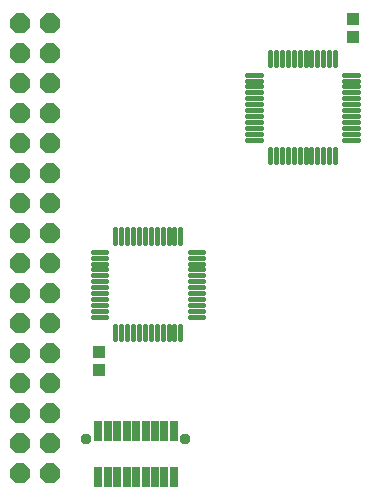
<source format=gbr>
G04 EAGLE Gerber RS-274X export*
G75*
%MOMM*%
%FSLAX34Y34*%
%LPD*%
%INSoldermask Bottom*%
%IPPOS*%
%AMOC8*
5,1,8,0,0,1.08239X$1,22.5*%
G01*
G04 Define Apertures*
%ADD10C,0.402400*%
%ADD11R,1.122600X1.073300*%
%ADD12P,1.81452X8X112.5*%
%ADD13R,0.702400X1.652400*%
%ADD14C,0.952400*%
D10*
X285500Y383750D02*
X285500Y372250D01*
X290500Y372250D02*
X290500Y383750D01*
X295500Y383750D02*
X295500Y372250D01*
X300500Y372250D02*
X300500Y383750D01*
X305500Y383750D02*
X305500Y372250D01*
X310500Y372250D02*
X310500Y383750D01*
X315500Y383750D02*
X315500Y372250D01*
X320500Y372250D02*
X320500Y383750D01*
X325500Y383750D02*
X325500Y372250D01*
X330500Y372250D02*
X330500Y383750D01*
X335500Y383750D02*
X335500Y372250D01*
X340500Y372250D02*
X340500Y383750D01*
X348250Y364500D02*
X359750Y364500D01*
X359750Y359500D02*
X348250Y359500D01*
X348250Y354500D02*
X359750Y354500D01*
X359750Y349500D02*
X348250Y349500D01*
X348250Y344500D02*
X359750Y344500D01*
X359750Y339500D02*
X348250Y339500D01*
X348250Y334500D02*
X359750Y334500D01*
X359750Y329500D02*
X348250Y329500D01*
X348250Y324500D02*
X359750Y324500D01*
X359750Y319500D02*
X348250Y319500D01*
X348250Y314500D02*
X359750Y314500D01*
X359750Y309500D02*
X348250Y309500D01*
X340500Y301750D02*
X340500Y290250D01*
X335500Y290250D02*
X335500Y301750D01*
X330500Y301750D02*
X330500Y290250D01*
X325500Y290250D02*
X325500Y301750D01*
X320500Y301750D02*
X320500Y290250D01*
X315500Y290250D02*
X315500Y301750D01*
X310500Y301750D02*
X310500Y290250D01*
X305500Y290250D02*
X305500Y301750D01*
X300500Y301750D02*
X300500Y290250D01*
X295500Y290250D02*
X295500Y301750D01*
X290500Y301750D02*
X290500Y290250D01*
X285500Y290250D02*
X285500Y301750D01*
X277750Y309500D02*
X266250Y309500D01*
X266250Y314500D02*
X277750Y314500D01*
X277750Y319500D02*
X266250Y319500D01*
X266250Y324500D02*
X277750Y324500D01*
X277750Y329500D02*
X266250Y329500D01*
X266250Y334500D02*
X277750Y334500D01*
X277750Y339500D02*
X266250Y339500D01*
X266250Y344500D02*
X277750Y344500D01*
X277750Y349500D02*
X266250Y349500D01*
X266250Y354500D02*
X277750Y354500D01*
X277750Y359500D02*
X266250Y359500D01*
X266250Y364500D02*
X277750Y364500D01*
D11*
X356000Y411746D03*
X356000Y396254D03*
D10*
X209500Y151750D02*
X209500Y140250D01*
X204500Y140250D02*
X204500Y151750D01*
X199500Y151750D02*
X199500Y140250D01*
X194500Y140250D02*
X194500Y151750D01*
X189500Y151750D02*
X189500Y140250D01*
X184500Y140250D02*
X184500Y151750D01*
X179500Y151750D02*
X179500Y140250D01*
X174500Y140250D02*
X174500Y151750D01*
X169500Y151750D02*
X169500Y140250D01*
X164500Y140250D02*
X164500Y151750D01*
X159500Y151750D02*
X159500Y140250D01*
X154500Y140250D02*
X154500Y151750D01*
X146750Y159500D02*
X135250Y159500D01*
X135250Y164500D02*
X146750Y164500D01*
X146750Y169500D02*
X135250Y169500D01*
X135250Y174500D02*
X146750Y174500D01*
X146750Y179500D02*
X135250Y179500D01*
X135250Y184500D02*
X146750Y184500D01*
X146750Y189500D02*
X135250Y189500D01*
X135250Y194500D02*
X146750Y194500D01*
X146750Y199500D02*
X135250Y199500D01*
X135250Y204500D02*
X146750Y204500D01*
X146750Y209500D02*
X135250Y209500D01*
X135250Y214500D02*
X146750Y214500D01*
X154500Y222250D02*
X154500Y233750D01*
X159500Y233750D02*
X159500Y222250D01*
X164500Y222250D02*
X164500Y233750D01*
X169500Y233750D02*
X169500Y222250D01*
X174500Y222250D02*
X174500Y233750D01*
X179500Y233750D02*
X179500Y222250D01*
X184500Y222250D02*
X184500Y233750D01*
X189500Y233750D02*
X189500Y222250D01*
X194500Y222250D02*
X194500Y233750D01*
X199500Y233750D02*
X199500Y222250D01*
X204500Y222250D02*
X204500Y233750D01*
X209500Y233750D02*
X209500Y222250D01*
X217250Y214500D02*
X228750Y214500D01*
X228750Y209500D02*
X217250Y209500D01*
X217250Y204500D02*
X228750Y204500D01*
X228750Y199500D02*
X217250Y199500D01*
X217250Y194500D02*
X228750Y194500D01*
X228750Y189500D02*
X217250Y189500D01*
X217250Y184500D02*
X228750Y184500D01*
X228750Y179500D02*
X217250Y179500D01*
X217250Y174500D02*
X228750Y174500D01*
X228750Y169500D02*
X217250Y169500D01*
X217250Y164500D02*
X228750Y164500D01*
X228750Y159500D02*
X217250Y159500D01*
D11*
X141000Y114254D03*
X141000Y129746D03*
D12*
X98700Y27500D03*
X73300Y27500D03*
X98700Y52900D03*
X73300Y52900D03*
X98700Y78300D03*
X73300Y78300D03*
X98700Y103700D03*
X73300Y103700D03*
X98700Y129100D03*
X73300Y129100D03*
X98700Y154500D03*
X73300Y154500D03*
X98700Y179900D03*
X73300Y179900D03*
X98700Y205300D03*
X73300Y205300D03*
X98700Y230700D03*
X73300Y230700D03*
X98700Y256100D03*
X73300Y256100D03*
X98700Y281500D03*
X73300Y281500D03*
X98700Y306900D03*
X73300Y306900D03*
X98700Y332300D03*
X73300Y332300D03*
X98700Y357700D03*
X73300Y357700D03*
X98700Y383100D03*
X73300Y383100D03*
X98700Y408500D03*
X73300Y408500D03*
D13*
X140000Y23500D03*
X140000Y62500D03*
X148000Y23500D03*
X148000Y62500D03*
X156000Y23500D03*
X156000Y62500D03*
X164000Y23500D03*
X164000Y62500D03*
X172000Y23500D03*
X172000Y62500D03*
X180000Y23500D03*
X180000Y62500D03*
X188000Y23500D03*
X188000Y62500D03*
X196000Y23500D03*
X196000Y62500D03*
X204000Y23500D03*
X204000Y62500D03*
D14*
X130000Y56000D03*
X213000Y56000D03*
M02*

</source>
